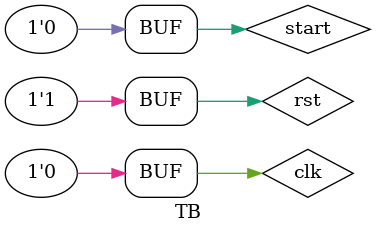
<source format=sv>
`timescale 1ns/1ns
module multi_cycle(input start, clk, rst);
	logic PCsrc, PCldEn, PCout, IRldL, IRldR, RegSel, IRDout, IRAout, Mout, Mld, MemWrite,
			RegWrite, RegFileSel, Rout, Rld, DIld, Ald, Bld, ALUResOut, ALUResld, CZNld;
	logic[3:0] opcode;
	logic[2:0] czn;
	logic[1:0] JmpSel, ALUOp;
	Datapath dp(PCsrc, PCldEn, PCout, IRldR, IRldL, RegSel, IRDout, IRAout,
				Mout, Mld, MemWrite, RegWrite, RegFileSel, Rout, Rld, DIld,
				Ald, Bld, ALUResOut, ALUResld, CZNld, ALUOp,
				opcode, czn, JmpSel, clk, rst);
	Controller cu(opcode, JmpSel, czn, clk, rst, start,
			PCsrc, PCout, IRldR,
			IRldL, RegSel, IRDout, IRAout, Mout,
			Mld, MemWrite, RegWrite, RegFileSel,
			Rout, Rld, DIld, Ald, Bld, ALUResOut,
			ALUResld, CZNld, PCldEn, ALUOp);
endmodule


module TB();
	logic rst=1, clk=0, start=0;
	multi_cycle test(start, clk, rst);
	initial repeat(1000)#40 clk=~clk;
	initial repeat(1)#45 rst=~rst;
	initial repeat(1)#100 start=~start;
	initial repeat(1)#150 start=~start;
endmodule

// module TestBench();
// 	reg clk=0, rst=0, Ld=0, done;
// 	processor imatov(clk, rst, Ld, done);

// 	initial repeat(1000)#40 clk=~clk;
// 	initial repeat(2)#15 rst=~rst;
// 	initial repeat(2)#37 Ld=~Ld;
// endmodule
</source>
